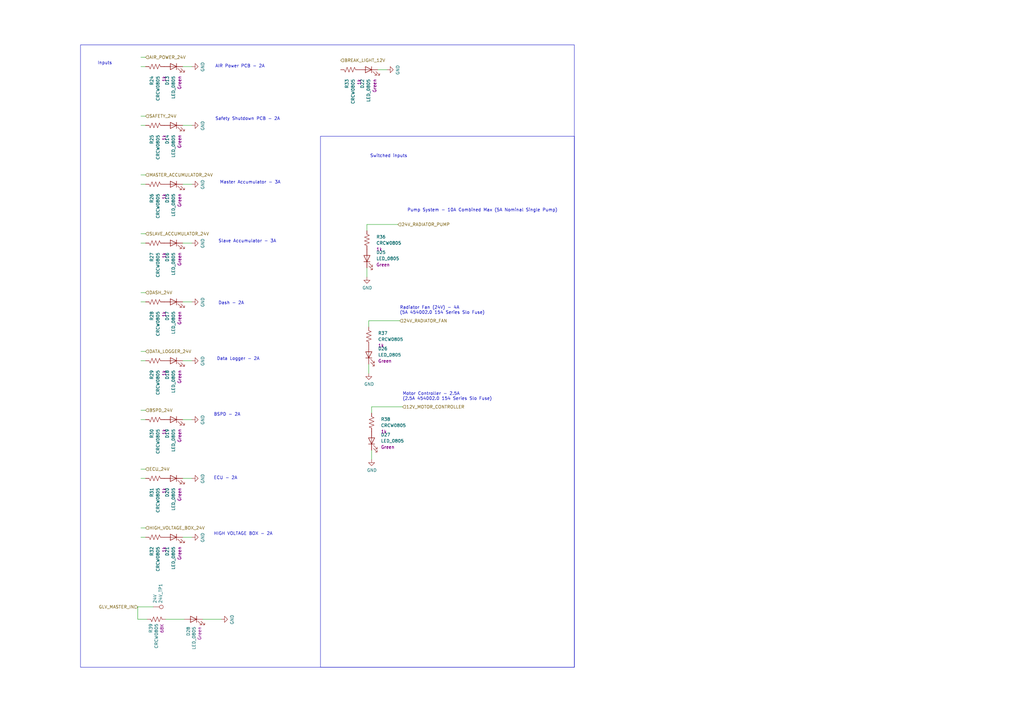
<source format=kicad_sch>
(kicad_sch (version 20230121) (generator eeschema)
  (paper "A3")
  (lib_symbols
    (symbol "Connector:TestPoint" (pin_numbers hide) (pin_names (offset 0.762) hide)
      (property "Reference" "TP" (at 0 6.858 0))
      (property "Value" "TestPoint" (at 0 5.08 0))
      (symbol "TestPoint_0_1"
        (circle (center 0 3.302) (radius 0.762))
      )
      (symbol "TestPoint_1_1"
        (pin passive line (at 0 0 90) (length 2.54) (name "1") (number "1"))
      )
    )
    (symbol "GLV-rescue:CRCW0402-UniSA_Motorsport_Resistor" (pin_numbers hide) (pin_names (offset 0))
      (property "Reference" "R" (at 2.54 0 90))
      (property "Value" "CRCW0402-UniSA_Motorsport_Resistor" (at -2.54 0 90))
      (property "Resistance" "Give a E24 value" (at 5.08 0 90))
      (symbol "CRCW0402-UniSA_Motorsport_Resistor_0_1"
        (polyline (pts (xy 0 -2.286) (xy 0 -2.54)))
        (polyline (pts (xy 0 2.286) (xy 0 2.54)))
        (polyline (pts (xy 0 -0.762) (xy 1.016 -1.143) (xy 0 -1.524) (xy -1.016 -1.905) (xy 0 -2.286)))
        (polyline (pts (xy 0 0.762) (xy 1.016 0.381) (xy 0 0) (xy -1.016 -0.381) (xy 0 -0.762)))
        (polyline (pts (xy 0 2.286) (xy 1.016 1.905) (xy 0 1.524) (xy -1.016 1.143) (xy 0 0.762)))
      )
      (symbol "CRCW0402-UniSA_Motorsport_Resistor_1_1"
        (pin passive line (at 0 3.81 270) (length 1.27) (name "~") (number "1"))
        (pin passive line (at 0 -3.81 90) (length 1.27) (name "~") (number "2"))
      )
    )
    (symbol "GLV-rescue:LED_0603-UniSA_Motorsport_Diode" (pin_numbers hide) (pin_names (offset 1.016) hide)
      (property "Reference" "D" (at 0 2.54 0))
      (property "Value" "LED_0603-UniSA_Motorsport_Diode" (at 0 -3.81 0))
      (property "Color" "Red, Blue, Green, Orange, Yellow" (at 0 5.08 0))
      (symbol "LED_0603-UniSA_Motorsport_Diode_0_1"
        (polyline (pts (xy -1.27 -1.27) (xy -1.27 1.27)) (stroke (width 0.2032)))
        (polyline (pts (xy -1.27 0) (xy 1.27 0)))
        (polyline (pts (xy 1.27 -1.27) (xy 1.27 1.27) (xy -1.27 0) (xy 1.27 -1.27)) (stroke (width 0.2032)))
        (polyline (pts (xy -3.048 -0.762) (xy -4.572 -2.286) (xy -3.81 -2.286) (xy -4.572 -2.286) (xy -4.572 -1.524)))
        (polyline (pts (xy -1.778 -0.762) (xy -3.302 -2.286) (xy -2.54 -2.286) (xy -3.302 -2.286) (xy -3.302 -1.524)))
      )
      (symbol "LED_0603-UniSA_Motorsport_Diode_1_1"
        (pin passive line (at -3.81 0 0) (length 2.54) (name "K") (number "1"))
        (pin passive line (at 3.81 0 180) (length 2.54) (name "A") (number "2"))
      )
    )
    (symbol "UniSA_Motorsport_Diode:LED_0603" (pin_numbers hide) (pin_names (offset 1.016) hide)
      (property "Reference" "D" (at 0 2.54 0))
      (property "Value" "LED_0603" (at 0 -3.81 0))
      (property "Color" "Red, Blue, Green, Orange, Yellow" (at 0 5.08 0))
      (symbol "LED_0603_0_1"
        (polyline (pts (xy -1.27 -1.27) (xy -1.27 1.27)) (stroke (width 0.2032)))
        (polyline (pts (xy -1.27 0) (xy 1.27 0)))
        (polyline (pts (xy 1.27 -1.27) (xy 1.27 1.27) (xy -1.27 0) (xy 1.27 -1.27)) (stroke (width 0.2032)))
        (polyline (pts (xy -3.048 -0.762) (xy -4.572 -2.286) (xy -3.81 -2.286) (xy -4.572 -2.286) (xy -4.572 -1.524)))
        (polyline (pts (xy -1.778 -0.762) (xy -3.302 -2.286) (xy -2.54 -2.286) (xy -3.302 -2.286) (xy -3.302 -1.524)))
      )
      (symbol "LED_0603_1_1"
        (pin passive line (at -3.81 0 0) (length 2.54) (name "K") (number "1"))
        (pin passive line (at 3.81 0 180) (length 2.54) (name "A") (number "2"))
      )
    )
    (symbol "UniSA_Motorsport_Resistor:CRCW0402" (pin_numbers hide) (pin_names (offset 0))
      (property "Reference" "R" (at 2.54 0 90))
      (property "Value" "CRCW0402" (at -2.54 0 90))
      (property "Resistance" "Give a E24 value" (at 5.08 0 90))
      (symbol "CRCW0402_0_1"
        (polyline (pts (xy 0 -2.286) (xy 0 -2.54)))
        (polyline (pts (xy 0 2.286) (xy 0 2.54)))
        (polyline (pts (xy 0 -0.762) (xy 1.016 -1.143) (xy 0 -1.524) (xy -1.016 -1.905) (xy 0 -2.286)))
        (polyline (pts (xy 0 0.762) (xy 1.016 0.381) (xy 0 0) (xy -1.016 -0.381) (xy 0 -0.762)))
        (polyline (pts (xy 0 2.286) (xy 1.016 1.905) (xy 0 1.524) (xy -1.016 1.143) (xy 0 0.762)))
      )
      (symbol "CRCW0402_1_1"
        (pin passive line (at 0 3.81 270) (length 1.27) (name "~") (number "1"))
        (pin passive line (at 0 -3.81 90) (length 1.27) (name "~") (number "2"))
      )
    )
    (symbol "power:GND" (power) (pin_names (offset 0))
      (property "Value" "GND" (at 0 -3.81 0))
      (symbol "GND_0_1"
        (polyline (pts (xy 0 0) (xy 0 -1.27) (xy 1.27 -1.27) (xy 0 -2.54) (xy -1.27 -1.27) (xy 0 -1.27)))
      )
      (symbol "GND_1_1"
        (pin power_in line (at 0 0 270) (length 0) hide (name "GND") (number "1"))
      )
    )
  )
  (wire (pts (xy 57.785 216.535) (xy 59.69 216.535)))
  (wire (pts (xy 62.865 248.92) (xy 56.515 248.92)))
  (wire (pts (xy 152.4 184.658) (xy 152.4 188.468)))
  (wire (pts (xy 57.785 120.015) (xy 59.69 120.015)))
  (wire (pts (xy 59.69 196.215) (xy 57.785 196.215)))
  (wire (pts (xy 57.785 147.955) (xy 59.69 147.955)))
  (wire (pts (xy 150.495 92.075) (xy 163.195 92.075)))
  (wire (pts (xy 74.93 27.305) (xy 78.74 27.305)))
  (wire (pts (xy 56.515 254) (xy 60.325 254)))
  (wire (pts (xy 67.945 254) (xy 75.565 254)))
  (wire (pts (xy 57.785 47.625) (xy 59.69 47.625)))
  (wire (pts (xy 74.93 99.695) (xy 78.74 99.695)))
  (wire (pts (xy 56.515 248.92) (xy 56.515 254)))
  (wire (pts (xy 74.93 196.215) (xy 78.74 196.215)))
  (wire (pts (xy 151.257 131.572) (xy 163.957 131.572)))
  (wire (pts (xy 57.785 99.695) (xy 59.69 99.695)))
  (wire (pts (xy 57.785 27.305) (xy 59.69 27.305)))
  (wire (pts (xy 57.785 71.755) (xy 59.69 71.755)))
  (wire (pts (xy 59.69 172.085) (xy 57.785 172.085)))
  (wire (pts (xy 57.785 95.885) (xy 59.69 95.885)))
  (wire (pts (xy 152.4 166.878) (xy 152.4 169.418)))
  (wire (pts (xy 150.495 92.075) (xy 150.495 94.615)))
  (wire (pts (xy 154.94 28.575) (xy 158.75 28.575)))
  (wire (pts (xy 151.257 131.572) (xy 151.257 134.112)))
  (wire (pts (xy 57.785 192.405) (xy 59.69 192.405)))
  (wire (pts (xy 74.93 123.825) (xy 78.74 123.825)))
  (wire (pts (xy 57.785 75.565) (xy 59.69 75.565)))
  (wire (pts (xy 150.495 109.855) (xy 150.495 113.665)))
  (wire (pts (xy 59.69 220.345) (xy 57.785 220.345)))
  (wire (pts (xy 57.785 168.275) (xy 59.69 168.275)))
  (wire (pts (xy 83.185 254) (xy 90.805 254)))
  (wire (pts (xy 57.785 23.495) (xy 59.69 23.495)))
  (wire (pts (xy 74.93 75.565) (xy 78.74 75.565)))
  (wire (pts (xy 152.4 166.878) (xy 165.1 166.878)))
  (wire (pts (xy 74.93 147.955) (xy 78.74 147.955)))
  (wire (pts (xy 57.785 144.145) (xy 59.69 144.145)))
  (wire (pts (xy 74.93 51.435) (xy 78.74 51.435)))
  (wire (pts (xy 57.785 51.435) (xy 59.69 51.435)))
  (wire (pts (xy 74.93 172.085) (xy 78.74 172.085)))
  (wire (pts (xy 74.93 220.345) (xy 78.74 220.345)))
  (wire (pts (xy 57.785 123.825) (xy 59.69 123.825)))
  (wire (pts (xy 151.257 149.352) (xy 151.257 153.162)))
  (rectangle (start 131.445 55.88) (end 235.585 273.685))
  (rectangle (start 33.02 18.415) (end 235.585 273.685))
  (text "ECU - 2A" (at 87.63 196.85 0) (effects (font (size 1.27 1.27)) (justify left bottom)))
  (text "Data Logger - 2A " (at 88.9 147.955 0) (effects (font (size 1.27 1.27)) (justify left bottom)))
  (text "Radiator Fan (24V) - 4A\n(5A 454002.0 154 Series Slo Fuse)" (at 163.957 129.032 0) (effects (font (size 1.27 1.27)) (justify left bottom)))
  (text "AIR Power PCB - 2A\n" (at 88.265 27.94 0) (effects (font (size 1.27 1.27)) (justify left bottom)))
  (text "Slave Accumulator - 3A" (at 89.535 99.695 0) (effects (font (size 1.27 1.27)) (justify left bottom)))
  (text "Safety Shutdown PCB - 2A\n" (at 88.265 49.53 0) (effects (font (size 1.27 1.27)) (justify left bottom)))
  (text "Dash - 2A" (at 89.535 125.095 0) (effects (font (size 1.27 1.27)) (justify left bottom)))
  (text "Master Accumulator - 3A" (at 90.17 75.565 0) (effects (font (size 1.27 1.27)) (justify left bottom)))
  (text "Switched inputs\n" (at 151.765 64.77 0) (effects (font (size 1.27 1.27)) (justify left bottom)))
  (text "Pump System - 10A Combined Max (5A Nominal Single Pump)" (at 167.005 86.995 0) (effects (font (size 1.27 1.27)) (justify left bottom)))
  (text "HIGH VOLTAGE BOX - 2A\n" (at 87.63 219.71 0) (effects (font (size 1.27 1.27)) (justify left bottom)))
  (text "BSPD - 2A" (at 87.63 170.815 0) (effects (font (size 1.27 1.27)) (justify left bottom)))
  (text "Inputs\n" (at 40.005 26.67 0) (effects (font (size 1.27 1.27)) (justify left bottom)))
  (text "Motor Controller - 2.5A\n(2.5A 454002.0 154 Series Slo Fuse)" (at 165.1 164.338 0) (effects (font (size 1.27 1.27)) (justify left bottom)))
  (hierarchical_label "AIR_POWER_24V" (shape input) (at 59.69 23.495 0))
  (hierarchical_label "SLAVE_ACCUMULATOR_24V" (shape input) (at 59.69 95.885 0))
  (hierarchical_label "DATA_LOGGER_24V" (shape input) (at 59.69 144.145 0))
  (hierarchical_label "DASH_24V" (shape input) (at 59.69 120.015 0))
  (hierarchical_label "HIGH_VOLTAGE_BOX_24V" (shape input) (at 59.69 216.535 0))
  (hierarchical_label "24V_RADIATOR_FAN" (shape input) (at 163.957 131.572 0))
  (hierarchical_label "12V_MOTOR_CONTROLLER" (shape input) (at 165.1 166.878 0))
  (hierarchical_label "BSPD_24V" (shape input) (at 59.69 168.275 0))
  (hierarchical_label "24V_RADIATOR_PUMP" (shape input) (at 163.195 92.075 0))
  (hierarchical_label "SAFETY_24V" (shape input) (at 59.69 47.625 0))
  (hierarchical_label "GLV_MASTER_IN" (shape input) (at 56.515 248.92 180))
  (hierarchical_label "BREAK_LIGHT_12V" (shape input) (at 139.7 24.765 0))
  (hierarchical_label "MASTER_ACCUMULATOR_24V" (shape input) (at 59.69 71.755 0))
  (hierarchical_label "ECU_24V" (shape input) (at 59.69 192.405 0))
  (symbol (lib_id "UniSA_Motorsport_Resistor:CRCW0402") (at 150.495 98.425 0) (unit 1)
    (property "Reference" "R36" (at 154.305 97.155 0) (effects (justify left)))
    (property "Value" "CRCW0805" (at 154.305 99.695 0) (effects (justify left)))
    (property "Footprint" "Resistor_SMD:R_0805_2012Metric" (effects hide))
    (property "Datasheet" "https://au.mouser.com/datasheet/2/427/dcrcwe3-1762152.pdf" (effects hide))
    (property "Resistance" "1k" (at 154.305 102.235 0) (effects (justify left)))
    (property "Voltage Rating" "50V" (effects hide))
    (property "Power Rating" "63mW" (effects hide))
    (property "E24 Values" "http://www.ohmslawcalculator.com/e24-resistor-sizes" (effects hide))
    (instances (project "power_and_monotoring" (path "" (reference "R36") (unit 1)) (path "" (reference "R50") (unit 1))) (project "GLV" (path "" (reference "R2") (unit 1))))
  )
  (symbol (lib_id "UniSA_Motorsport_Diode:LED_0603") (at 152.4 180.848 90) (unit 1)
    (property "Reference" "D27" (at 156.21 178.308 90) (effects (justify right)))
    (property "Value" "LED_0805" (at 156.21 180.848 90) (effects (justify right)))
    (property "Footprint" "Diode_SMD:D_0805_2012Metric" (effects hide))
    (property "Datasheet" "https://au.mouser.com/datasheet/2/109/Dialight_CBI_data_599-0603_Apr2018-1370611.pdf" (effects hide))
    (property "Color" "Green" (at 156.21 183.388 90) (effects (justify right)))
    (instances (project "power_and_monotoring" (path "" (reference "D27") (unit 1)) (path "" (reference "D40") (unit 1))) (project "GLV" (path "" (reference "D4") (unit 1))))
  )
  (symbol (lib_id "UniSA_Motorsport_Diode:LED_0603") (at 71.12 147.955 0) (mirror y) (unit 1)
    (property "Reference" "D18" (at 68.58 151.765 90) (effects (justify right)))
    (property "Value" "LED_0805" (at 71.12 151.765 90) (effects (justify right)))
    (property "Footprint" "Diode_SMD:D_0805_2012Metric" (effects hide))
    (property "Datasheet" "https://au.mouser.com/datasheet/2/109/Dialight_CBI_data_599-0603_Apr2018-1370611.pdf" (effects hide))
    (property "Color" "Green" (at 73.66 151.765 90) (effects (justify right)))
    (instances (project "power_and_monotoring" (path "" (reference "D18") (unit 1)) (path "" (reference "D32") (unit 1))) (project "GLV" (path "" (reference "D10") (unit 1))))
  )
  (symbol (lib_id "UniSA_Motorsport_Diode:LED_0603") (at 150.495 106.045 90) (unit 1)
    (property "Reference" "D25" (at 154.305 103.505 90) (effects (justify right)))
    (property "Value" "LED_0805" (at 154.305 106.045 90) (effects (justify right)))
    (property "Footprint" "Diode_SMD:D_0805_2012Metric" (effects hide))
    (property "Datasheet" "https://au.mouser.com/datasheet/2/109/Dialight_CBI_data_599-0603_Apr2018-1370611.pdf" (effects hide))
    (property "Color" "Green" (at 154.305 108.585 90) (effects (justify right)))
    (instances (project "power_and_monotoring" (path "" (reference "D25") (unit 1)) (path "" (reference "D38") (unit 1))) (project "GLV" (path "" (reference "D2") (unit 1))))
  )
  (symbol (lib_id "power:GND") (at 78.74 147.955 90) (mirror x) (unit 1)
    (property "Reference" "#PWR080" (effects hide))
    (property "Value" "GND" (at 83.1342 148.082 0))
    (instances (project "power_and_monotoring" (path "" (reference "#PWR080") (unit 1)) (path "" (reference "#PWR0109") (unit 1))) (project "GLV" (path "" (reference "#PWR019") (unit 1))))
  )
  (symbol (lib_id "UniSA_Motorsport_Resistor:CRCW0402") (at 63.5 123.825 90) (mirror x) (unit 1)
    (property "Reference" "R28" (at 62.23 127.635 0) (effects (justify left)))
    (property "Value" "CRCW0805" (at 64.77 127.635 0) (effects (justify left)))
    (property "Footprint" "Resistor_SMD:R_0805_2012Metric" (effects hide))
    (property "Datasheet" "https://au.mouser.com/datasheet/2/427/dcrcwe3-1762152.pdf" (effects hide))
    (property "Resistance" "1k" (at 67.31 127.635 0) (effects (justify left)))
    (property "Voltage Rating" "50V" (effects hide))
    (property "Power Rating" "63mW" (effects hide))
    (property "E24 Values" "http://www.ohmslawcalculator.com/e24-resistor-sizes" (effects hide))
    (instances (project "power_and_monotoring" (path "" (reference "R28") (unit 1)) (path "" (reference "R43") (unit 1))) (project "GLV" (path "" (reference "R9") (unit 1))))
  )
  (symbol (lib_id "power:GND") (at 158.75 28.575 90) (mirror x) (unit 1)
    (property "Reference" "#PWR084" (effects hide))
    (property "Value" "GND" (at 163.1442 28.702 0))
    (instances (project "power_and_monotoring" (path "" (reference "#PWR084") (unit 1)) (path "" (reference "#PWR0114") (unit 1))) (project "GLV" (path "" (reference "#PWR025") (unit 1))))
  )
  (symbol (lib_id "power:GND") (at 78.74 75.565 90) (mirror x) (unit 1)
    (property "Reference" "#PWR077" (effects hide))
    (property "Value" "GND" (at 83.1342 75.692 0))
    (instances (project "power_and_monotoring" (path "" (reference "#PWR077") (unit 1)) (path "" (reference "#PWR0106") (unit 1))) (project "GLV" (path "" (reference "#PWR016") (unit 1))))
  )
  (symbol (lib_id "UniSA_Motorsport_Diode:LED_0603") (at 71.12 196.215 0) (mirror y) (unit 1)
    (property "Reference" "D20" (at 68.58 200.025 90) (effects (justify right)))
    (property "Value" "LED_0805" (at 71.12 200.025 90) (effects (justify right)))
    (property "Footprint" "Diode_SMD:D_0805_2012Metric" (effects hide))
    (property "Datasheet" "https://au.mouser.com/datasheet/2/109/Dialight_CBI_data_599-0603_Apr2018-1370611.pdf" (effects hide))
    (property "Color" "Green" (at 73.66 200.025 90) (effects (justify right)))
    (instances (project "power_and_monotoring" (path "" (reference "D20") (unit 1)) (path "" (reference "D35") (unit 1))) (project "GLV" (path "" (reference "D12") (unit 1))))
  )
  (symbol (lib_id "UniSA_Motorsport_Resistor:CRCW0402") (at 63.5 51.435 90) (mirror x) (unit 1)
    (property "Reference" "R25" (at 62.23 55.245 0) (effects (justify left)))
    (property "Value" "CRCW0805" (at 64.77 55.245 0) (effects (justify left)))
    (property "Footprint" "Resistor_SMD:R_0805_2012Metric" (effects hide))
    (property "Datasheet" "https://au.mouser.com/datasheet/2/427/dcrcwe3-1762152.pdf" (effects hide))
    (property "Resistance" "1k" (at 67.31 55.245 0) (effects (justify left)))
    (property "Voltage Rating" "50V" (effects hide))
    (property "Power Rating" "63mW" (effects hide))
    (property "E24 Values" "http://www.ohmslawcalculator.com/e24-resistor-sizes" (effects hide))
    (instances (project "power_and_monotoring" (path "" (reference "R25") (unit 1)) (path "" (reference "R35") (unit 1))) (project "GLV" (path "" (reference "R6") (unit 1))))
  )
  (symbol (lib_id "power:GND") (at 78.74 196.215 90) (mirror x) (unit 1)
    (property "Reference" "#PWR082" (effects hide))
    (property "Value" "GND" (at 83.1342 196.342 0))
    (instances (project "power_and_monotoring" (path "" (reference "#PWR082") (unit 1)) (path "" (reference "#PWR0112") (unit 1))) (project "GLV" (path "" (reference "#PWR021") (unit 1))))
  )
  (symbol (lib_id "power:GND") (at 78.74 99.695 90) (mirror x) (unit 1)
    (property "Reference" "#PWR078" (effects hide))
    (property "Value" "GND" (at 83.1342 99.822 0))
    (instances (project "power_and_monotoring" (path "" (reference "#PWR078") (unit 1)) (path "" (reference "#PWR0107") (unit 1))) (project "GLV" (path "" (reference "#PWR017") (unit 1))))
  )
  (symbol (lib_id "UniSA_Motorsport_Diode:LED_0603") (at 151.13 28.575 0) (mirror y) (unit 1)
    (property "Reference" "D22" (at 148.59 32.385 90) (effects (justify right)))
    (property "Value" "LED_0805" (at 151.13 32.385 90) (effects (justify right)))
    (property "Footprint" "Diode_SMD:D_0805_2012Metric" (effects hide))
    (property "Datasheet" "https://au.mouser.com/datasheet/2/109/Dialight_CBI_data_599-0603_Apr2018-1370611.pdf" (effects hide))
    (property "Color" "Green" (at 153.67 32.385 90) (effects (justify right)))
    (instances (project "power_and_monotoring" (path "" (reference "D22") (unit 1)) (path "" (reference "D37") (unit 1))) (project "GLV" (path "" (reference "D16") (unit 1))))
  )
  (symbol (lib_id "UniSA_Motorsport_Resistor:CRCW0402") (at 63.5 27.305 90) (mirror x) (unit 1)
    (property "Reference" "R24" (at 62.23 31.115 0) (effects (justify left)))
    (property "Value" "CRCW0805" (at 64.77 31.115 0) (effects (justify left)))
    (property "Footprint" "Resistor_SMD:R_0805_2012Metric" (effects hide))
    (property "Datasheet" "https://au.mouser.com/datasheet/2/427/dcrcwe3-1762152.pdf" (effects hide))
    (property "Resistance" "1k" (at 67.31 31.115 0) (effects (justify left)))
    (property "Voltage Rating" "50V" (effects hide))
    (property "Power Rating" "63mW" (effects hide))
    (property "E24 Values" "http://www.ohmslawcalculator.com/e24-resistor-sizes" (effects hide))
    (instances (project "power_and_monotoring" (path "" (reference "R24") (unit 1)) (path "" (reference "R34") (unit 1))) (project "GLV" (path "" (reference "R5") (unit 1))))
  )
  (symbol (lib_id "power:GND") (at 90.805 254 90) (mirror x) (unit 1)
    (property "Reference" "#PWR093" (effects hide))
    (property "Value" "GND" (at 95.1992 254.127 0))
    (instances (project "power_and_monotoring" (path "" (reference "#PWR093") (unit 1)) (path "" (reference "#PWR0110") (unit 1))) (project "GLV" (path "" (reference "#PWR05") (unit 1))))
  )
  (symbol (lib_id "UniSA_Motorsport_Resistor:CRCW0402") (at 151.257 137.922 0) (unit 1)
    (property "Reference" "R37" (at 155.067 136.652 0) (effects (justify left)))
    (property "Value" "CRCW0805" (at 155.067 139.192 0) (effects (justify left)))
    (property "Footprint" "Resistor_SMD:R_0805_2012Metric" (effects hide))
    (property "Datasheet" "https://au.mouser.com/datasheet/2/427/dcrcwe3-1762152.pdf" (effects hide))
    (property "Resistance" "1k" (at 155.067 141.732 0) (effects (justify left)))
    (property "Voltage Rating" "50V" (effects hide))
    (property "Power Rating" "63mW" (effects hide))
    (property "E24 Values" "http://www.ohmslawcalculator.com/e24-resistor-sizes" (effects hide))
    (instances (project "power_and_monotoring" (path "" (reference "R37") (unit 1)) (path "" (reference "R51") (unit 1))) (project "GLV" (path "" (reference "R3") (unit 1))))
  )
  (symbol (lib_id "UniSA_Motorsport_Diode:LED_0603") (at 71.12 172.085 0) (mirror y) (unit 1)
    (property "Reference" "D19" (at 68.58 175.895 90) (effects (justify right)))
    (property "Value" "LED_0805" (at 71.12 175.895 90) (effects (justify right)))
    (property "Footprint" "Diode_SMD:D_0805_2012Metric" (effects hide))
    (property "Datasheet" "https://au.mouser.com/datasheet/2/109/Dialight_CBI_data_599-0603_Apr2018-1370611.pdf" (effects hide))
    (property "Color" "Green" (at 73.66 175.895 90) (effects (justify right)))
    (instances (project "power_and_monotoring" (path "" (reference "D19") (unit 1)) (path "" (reference "D34") (unit 1))) (project "GLV" (path "" (reference "D11") (unit 1))))
  )
  (symbol (lib_id "UniSA_Motorsport_Diode:LED_0603") (at 71.12 51.435 0) (mirror y) (unit 1)
    (property "Reference" "D14" (at 68.58 55.245 90) (effects (justify right)))
    (property "Value" "LED_0805" (at 71.12 55.245 90) (effects (justify right)))
    (property "Footprint" "Diode_SMD:D_0805_2012Metric" (effects hide))
    (property "Datasheet" "https://au.mouser.com/datasheet/2/109/Dialight_CBI_data_599-0603_Apr2018-1370611.pdf" (effects hide))
    (property "Color" "Green" (at 73.66 55.245 90) (effects (justify right)))
    (instances (project "power_and_monotoring" (path "" (reference "D14") (unit 1)) (path "" (reference "D24") (unit 1))) (project "GLV" (path "" (reference "D6") (unit 1))))
  )
  (symbol (lib_id "UniSA_Motorsport_Resistor:CRCW0402") (at 63.5 75.565 90) (mirror x) (unit 1)
    (property "Reference" "R26" (at 62.23 79.375 0) (effects (justify left)))
    (property "Value" "CRCW0805" (at 64.77 79.375 0) (effects (justify left)))
    (property "Footprint" "Resistor_SMD:R_0805_2012Metric" (effects hide))
    (property "Datasheet" "https://au.mouser.com/datasheet/2/427/dcrcwe3-1762152.pdf" (effects hide))
    (property "Resistance" "1k" (at 67.31 79.375 0) (effects (justify left)))
    (property "Voltage Rating" "50V" (effects hide))
    (property "Power Rating" "63mW" (effects hide))
    (property "E24 Values" "http://www.ohmslawcalculator.com/e24-resistor-sizes" (effects hide))
    (instances (project "power_and_monotoring" (path "" (reference "R26") (unit 1)) (path "" (reference "R41") (unit 1))) (project "GLV" (path "" (reference "R7") (unit 1))))
  )
  (symbol (lib_id "power:GND") (at 150.495 113.665 0) (unit 1)
    (property "Reference" "#PWR090" (effects hide))
    (property "Value" "GND" (at 150.622 118.0592 0))
    (instances (project "power_and_monotoring" (path "" (reference "#PWR090") (unit 1)) (path "" (reference "#PWR0115") (unit 1))) (project "GLV" (path "" (reference "#PWR011") (unit 1))))
  )
  (symbol (lib_id "UniSA_Motorsport_Resistor:CRCW0402") (at 63.5 147.955 90) (mirror x) (unit 1)
    (property "Reference" "R29" (at 62.23 151.765 0) (effects (justify left)))
    (property "Value" "CRCW0805" (at 64.77 151.765 0) (effects (justify left)))
    (property "Footprint" "Resistor_SMD:R_0805_2012Metric" (effects hide))
    (property "Datasheet" "https://au.mouser.com/datasheet/2/427/dcrcwe3-1762152.pdf" (effects hide))
    (property "Resistance" "1k" (at 67.31 151.765 0) (effects (justify left)))
    (property "Voltage Rating" "50V" (effects hide))
    (property "Power Rating" "63mW" (effects hide))
    (property "E24 Values" "http://www.ohmslawcalculator.com/e24-resistor-sizes" (effects hide))
    (instances (project "power_and_monotoring" (path "" (reference "R29") (unit 1)) (path "" (reference "R44") (unit 1))) (project "GLV" (path "" (reference "R10") (unit 1))))
  )
  (symbol (lib_id "GLV-rescue:LED_0603-UniSA_Motorsport_Diode") (at 79.375 254 0) (mirror y) (unit 1)
    (property "Reference" "D28" (at 77.2414 256.9718 90) (effects (justify right)))
    (property "Value" "LED_0805" (at 79.5528 256.9718 90) (effects (justify right)))
    (property "Footprint" "UniSA_Motorsport_Diode:0805" (effects hide))
    (property "Datasheet" "https://au.mouser.com/datasheet/2/109/Dialight_CBI_data_599-0603_Apr2018-1370611.pdf" (effects hide))
    (property "Color" "Green" (at 81.8642 256.9718 90) (effects (justify right)))
    (instances (project "power_and_monotoring" (path "" (reference "D28") (unit 1)) (path "" (reference "D33") (unit 1))) (project "GLV" (path "" (reference "D1") (unit 1))))
  )
  (symbol (lib_id "UniSA_Motorsport_Diode:LED_0603") (at 71.12 220.345 0) (mirror y) (unit 1)
    (property "Reference" "D21" (at 68.58 224.155 90) (effects (justify right)))
    (property "Value" "LED_0805" (at 71.12 224.155 90) (effects (justify right)))
    (property "Footprint" "Diode_SMD:D_0805_2012Metric" (effects hide))
    (property "Datasheet" "https://au.mouser.com/datasheet/2/109/Dialight_CBI_data_599-0603_Apr2018-1370611.pdf" (effects hide))
    (property "Color" "Green" (at 73.66 224.155 90) (effects (justify right)))
    (instances (project "power_and_monotoring" (path "" (reference "D21") (unit 1)) (path "" (reference "D36") (unit 1))) (project "GLV" (path "" (reference "D13") (unit 1))))
  )
  (symbol (lib_id "power:GND") (at 78.74 220.345 90) (mirror x) (unit 1)
    (property "Reference" "#PWR083" (effects hide))
    (property "Value" "GND" (at 83.1342 220.472 0))
    (instances (project "power_and_monotoring" (path "" (reference "#PWR083") (unit 1)) (path "" (reference "#PWR0113") (unit 1))) (project "GLV" (path "" (reference "#PWR022") (unit 1))))
  )
  (symbol (lib_id "UniSA_Motorsport_Resistor:CRCW0402") (at 143.51 28.575 90) (mirror x) (unit 1)
    (property "Reference" "R33" (at 142.24 32.385 0) (effects (justify left)))
    (property "Value" "CRCW0805" (at 144.78 32.385 0) (effects (justify left)))
    (property "Footprint" "Resistor_SMD:R_0805_2012Metric" (effects hide))
    (property "Datasheet" "https://au.mouser.com/datasheet/2/427/dcrcwe3-1762152.pdf" (effects hide))
    (property "Resistance" "1k" (at 147.32 32.385 0) (effects (justify left)))
    (property "Voltage Rating" "50V" (effects hide))
    (property "Power Rating" "63mW" (effects hide))
    (property "E24 Values" "http://www.ohmslawcalculator.com/e24-resistor-sizes" (effects hide))
    (instances (project "power_and_monotoring" (path "" (reference "R33") (unit 1)) (path "" (reference "R49") (unit 1))) (project "GLV" (path "" (reference "R16") (unit 1))))
  )
  (symbol (lib_id "power:GND") (at 78.74 123.825 90) (mirror x) (unit 1)
    (property "Reference" "#PWR079" (effects hide))
    (property "Value" "GND" (at 83.1342 123.952 0))
    (instances (project "power_and_monotoring" (path "" (reference "#PWR079") (unit 1)) (path "" (reference "#PWR0108") (unit 1))) (project "GLV" (path "" (reference "#PWR018") (unit 1))))
  )
  (symbol (lib_id "UniSA_Motorsport_Resistor:CRCW0402") (at 63.5 220.345 90) (mirror x) (unit 1)
    (property "Reference" "R32" (at 62.23 224.155 0) (effects (justify left)))
    (property "Value" "CRCW0805" (at 64.77 224.155 0) (effects (justify left)))
    (property "Footprint" "Resistor_SMD:R_0805_2012Metric" (effects hide))
    (property "Datasheet" "https://au.mouser.com/datasheet/2/427/dcrcwe3-1762152.pdf" (effects hide))
    (property "Resistance" "1k" (at 67.31 224.155 0) (effects (justify left)))
    (property "Voltage Rating" "50V" (effects hide))
    (property "Power Rating" "63mW" (effects hide))
    (property "E24 Values" "http://www.ohmslawcalculator.com/e24-resistor-sizes" (effects hide))
    (instances (project "power_and_monotoring" (path "" (reference "R32") (unit 1)) (path "" (reference "R48") (unit 1))) (project "GLV" (path "" (reference "R13") (unit 1))))
  )
  (symbol (lib_id "power:GND") (at 151.257 153.162 0) (unit 1)
    (property "Reference" "#PWR091" (effects hide))
    (property "Value" "GND" (at 151.384 157.5562 0))
    (instances (project "power_and_monotoring" (path "" (reference "#PWR091") (unit 1)) (path "" (reference "#PWR0116") (unit 1))) (project "GLV" (path "" (reference "#PWR012") (unit 1))))
  )
  (symbol (lib_id "power:GND") (at 152.4 188.468 0) (unit 1)
    (property "Reference" "#PWR092" (effects hide))
    (property "Value" "GND" (at 152.527 192.8622 0))
    (instances (project "power_and_monotoring" (path "" (reference "#PWR092") (unit 1)) (path "" (reference "#PWR0117") (unit 1))) (project "GLV" (path "" (reference "#PWR013") (unit 1))))
  )
  (symbol (lib_id "power:GND") (at 78.74 27.305 90) (mirror x) (unit 1)
    (property "Reference" "#PWR075" (effects hide))
    (property "Value" "GND" (at 83.1342 27.432 0))
    (instances (project "power_and_monotoring" (path "" (reference "#PWR075") (unit 1)) (path "" (reference "#PWR085") (unit 1))) (project "GLV" (path "" (reference "#PWR014") (unit 1))))
  )
  (symbol (lib_id "UniSA_Motorsport_Diode:LED_0603") (at 151.257 145.542 90) (unit 1)
    (property "Reference" "D26" (at 155.067 143.002 90) (effects (justify right)))
    (property "Value" "LED_0805" (at 155.067 145.542 90) (effects (justify right)))
    (property "Footprint" "Diode_SMD:D_0805_2012Metric" (effects hide))
    (property "Datasheet" "https://au.mouser.com/datasheet/2/109/Dialight_CBI_data_599-0603_Apr2018-1370611.pdf" (effects hide))
    (property "Color" "Green" (at 155.067 148.082 90) (effects (justify right)))
    (instances (project "power_and_monotoring" (path "" (reference "D26") (unit 1)) (path "" (reference "D39") (unit 1))) (project "GLV" (path "" (reference "D3") (unit 1))))
  )
  (symbol (lib_id "GLV-rescue:CRCW0402-UniSA_Motorsport_Resistor") (at 64.135 254 90) (mirror x) (unit 1)
    (property "Reference" "R39" (at 61.8236 255.7272 0) (effects (justify left)))
    (property "Value" "CRCW0805" (at 64.135 255.7272 0) (effects (justify left)))
    (property "Footprint" "UniSA_Motorsport_Resistor:0805" (effects hide))
    (property "Datasheet" "https://au.mouser.com/datasheet/2/427/dcrcwe3-1762152.pdf" (effects hide))
    (property "Resistance" "68K" (at 66.4464 255.7272 0) (effects (justify left)))
    (property "Voltage Rating" "50V" (effects hide))
    (property "Power Rating" "63mW" (effects hide))
    (property "E24 Values" "http://www.ohmslawcalculator.com/e24-resistor-sizes" (effects hide))
    (instances (project "power_and_monotoring" (path "" (reference "R39") (unit 1)) (path "" (reference "R45") (unit 1))) (project "GLV" (path "" (reference "R1") (unit 1))))
  )
  (symbol (lib_id "UniSA_Motorsport_Resistor:CRCW0402") (at 63.5 99.695 90) (mirror x) (unit 1)
    (property "Reference" "R27" (at 62.23 103.505 0) (effects (justify left)))
    (property "Value" "CRCW0805" (at 64.77 103.505 0) (effects (justify left)))
    (property "Footprint" "Resistor_SMD:R_0805_2012Metric" (effects hide))
    (property "Datasheet" "https://au.mouser.com/datasheet/2/427/dcrcwe3-1762152.pdf" (effects hide))
    (property "Resistance" "1k" (at 67.31 103.505 0) (effects (justify left)))
    (property "Voltage Rating" "50V" (effects hide))
    (property "Power Rating" "63mW" (effects hide))
    (property "E24 Values" "http://www.ohmslawcalculator.com/e24-resistor-sizes" (effects hide))
    (instances (project "power_and_monotoring" (path "" (reference "R27") (unit 1)) (path "" (reference "R42") (unit 1))) (project "GLV" (path "" (reference "R8") (unit 1))))
  )
  (symbol (lib_id "power:GND") (at 78.74 51.435 90) (mirror x) (unit 1)
    (property "Reference" "#PWR076" (effects hide))
    (property "Value" "GND" (at 83.1342 51.562 0))
    (instances (project "power_and_monotoring" (path "" (reference "#PWR076") (unit 1)) (path "" (reference "#PWR086") (unit 1))) (project "GLV" (path "" (reference "#PWR015") (unit 1))))
  )
  (symbol (lib_id "UniSA_Motorsport_Diode:LED_0603") (at 71.12 123.825 0) (mirror y) (unit 1)
    (property "Reference" "D17" (at 68.58 127.635 90) (effects (justify right)))
    (property "Value" "LED_0805" (at 71.12 127.635 90) (effects (justify right)))
    (property "Footprint" "Diode_SMD:D_0805_2012Metric" (effects hide))
    (property "Datasheet" "https://au.mouser.com/datasheet/2/109/Dialight_CBI_data_599-0603_Apr2018-1370611.pdf" (effects hide))
    (property "Color" "Green" (at 73.66 127.635 90) (effects (justify right)))
    (instances (project "power_and_monotoring" (path "" (reference "D17") (unit 1)) (path "" (reference "D31") (unit 1))) (project "GLV" (path "" (reference "D9") (unit 1))))
  )
  (symbol (lib_id "UniSA_Motorsport_Resistor:CRCW0402") (at 63.5 196.215 90) (mirror x) (unit 1)
    (property "Reference" "R31" (at 62.23 200.025 0) (effects (justify left)))
    (property "Value" "CRCW0805" (at 64.77 200.025 0) (effects (justify left)))
    (property "Footprint" "Resistor_SMD:R_0805_2012Metric" (effects hide))
    (property "Datasheet" "https://au.mouser.com/datasheet/2/427/dcrcwe3-1762152.pdf" (effects hide))
    (property "Resistance" "1k" (at 67.31 200.025 0) (effects (justify left)))
    (property "Voltage Rating" "50V" (effects hide))
    (property "Power Rating" "63mW" (effects hide))
    (property "E24 Values" "http://www.ohmslawcalculator.com/e24-resistor-sizes" (effects hide))
    (instances (project "power_and_monotoring" (path "" (reference "R31") (unit 1)) (path "" (reference "R47") (unit 1))) (project "GLV" (path "" (reference "R12") (unit 1))))
  )
  (symbol (lib_id "Connector:TestPoint") (at 62.865 248.92 270) (mirror x) (unit 1)
    (property "Reference" "24V_TP1" (at 65.8622 247.4468 0) (effects (justify left)))
    (property "Value" "24V" (at 63.5508 247.4468 0) (effects (justify left)))
    (property "Footprint" "TestPoint:TestPoint_Keystone_5005-5009_Compact" (effects hide))
    (instances (project "power_and_monotoring" (path "" (reference "24V_TP1") (unit 1)) (path "" (reference "24V_TP2") (unit 1))) (project "GLV" (path "" (reference "24V_TP1") (unit 1))))
  )
  (symbol (lib_id "UniSA_Motorsport_Diode:LED_0603") (at 71.12 99.695 0) (mirror y) (unit 1)
    (property "Reference" "D16" (at 68.58 103.505 90) (effects (justify right)))
    (property "Value" "LED_0805" (at 71.12 103.505 90) (effects (justify right)))
    (property "Footprint" "Diode_SMD:D_0805_2012Metric" (effects hide))
    (property "Datasheet" "https://au.mouser.com/datasheet/2/109/Dialight_CBI_data_599-0603_Apr2018-1370611.pdf" (effects hide))
    (property "Color" "Green" (at 73.66 103.505 90) (effects (justify right)))
    (instances (project "power_and_monotoring" (path "" (reference "D16") (unit 1)) (path "" (reference "D30") (unit 1))) (project "GLV" (path "" (reference "D8") (unit 1))))
  )
  (symbol (lib_id "UniSA_Motorsport_Resistor:CRCW0402") (at 152.4 173.228 0) (unit 1)
    (property "Reference" "R38" (at 156.21 171.958 0) (effects (justify left)))
    (property "Value" "CRCW0805" (at 156.21 174.498 0) (effects (justify left)))
    (property "Footprint" "Resistor_SMD:R_0805_2012Metric" (effects hide))
    (property "Datasheet" "https://au.mouser.com/datasheet/2/427/dcrcwe3-1762152.pdf" (effects hide))
    (property "Resistance" "1k" (at 156.21 177.038 0) (effects (justify left)))
    (property "Voltage Rating" "50V" (effects hide))
    (property "Power Rating" "63mW" (effects hide))
    (property "E24 Values" "http://www.ohmslawcalculator.com/e24-resistor-sizes" (effects hide))
    (instances (project "power_and_monotoring" (path "" (reference "R38") (unit 1)) (path "" (reference "R52") (unit 1))) (project "GLV" (path "" (reference "R4") (unit 1))))
  )
  (symbol (lib_id "power:GND") (at 78.74 172.085 90) (mirror x) (unit 1)
    (property "Reference" "#PWR081" (effects hide))
    (property "Value" "GND" (at 83.1342 172.212 0))
    (instances (project "power_and_monotoring" (path "" (reference "#PWR081") (unit 1)) (path "" (reference "#PWR0111") (unit 1))) (project "GLV" (path "" (reference "#PWR020") (unit 1))))
  )
  (symbol (lib_id "UniSA_Motorsport_Resistor:CRCW0402") (at 63.5 172.085 90) (mirror x) (unit 1)
    (property "Reference" "R30" (at 62.23 175.895 0) (effects (justify left)))
    (property "Value" "CRCW0805" (at 64.77 175.895 0) (effects (justify left)))
    (property "Footprint" "Resistor_SMD:R_0805_2012Metric" (effects hide))
    (property "Datasheet" "https://au.mouser.com/datasheet/2/427/dcrcwe3-1762152.pdf" (effects hide))
    (property "Resistance" "1k" (at 67.31 175.895 0) (effects (justify left)))
    (property "Voltage Rating" "50V" (effects hide))
    (property "Power Rating" "63mW" (effects hide))
    (property "E24 Values" "http://www.ohmslawcalculator.com/e24-resistor-sizes" (effects hide))
    (instances (project "power_and_monotoring" (path "" (reference "R30") (unit 1)) (path "" (reference "R46") (unit 1))) (project "GLV" (path "" (reference "R11") (unit 1))))
  )
  (symbol (lib_id "UniSA_Motorsport_Diode:LED_0603") (at 71.12 75.565 0) (mirror y) (unit 1)
    (property "Reference" "D15" (at 68.58 79.375 90) (effects (justify right)))
    (property "Value" "LED_0805" (at 71.12 79.375 90) (effects (justify right)))
    (property "Footprint" "Diode_SMD:D_0805_2012Metric" (effects hide))
    (property "Datasheet" "https://au.mouser.com/datasheet/2/109/Dialight_CBI_data_599-0603_Apr2018-1370611.pdf" (effects hide))
    (property "Color" "Green" (at 73.66 79.375 90) (effects (justify right)))
    (instances (project "power_and_monotoring" (path "" (reference "D15") (unit 1)) (path "" (reference "D29") (unit 1))) (project "GLV" (path "" (reference "D7") (unit 1))))
  )
  (symbol (lib_id "UniSA_Motorsport_Diode:LED_0603") (at 71.12 27.305 0) (mirror y) (unit 1)
    (property "Reference" "D13" (at 68.58 31.115 90) (effects (justify right)))
    (property "Value" "LED_0805" (at 71.12 31.115 90) (effects (justify right)))
    (property "Footprint" "Diode_SMD:D_0805_2012Metric" (effects hide))
    (property "Datasheet" "https://au.mouser.com/datasheet/2/109/Dialight_CBI_data_599-0603_Apr2018-1370611.pdf" (effects hide))
    (property "Color" "Green" (at 73.66 31.115 90) (effects (justify right)))
    (instances (project "power_and_monotoring" (path "" (reference "D13") (unit 1)) (path "" (reference "D23") (unit 1))) (project "GLV" (path "" (reference "D5") (unit 1))))
  )
)
</source>
